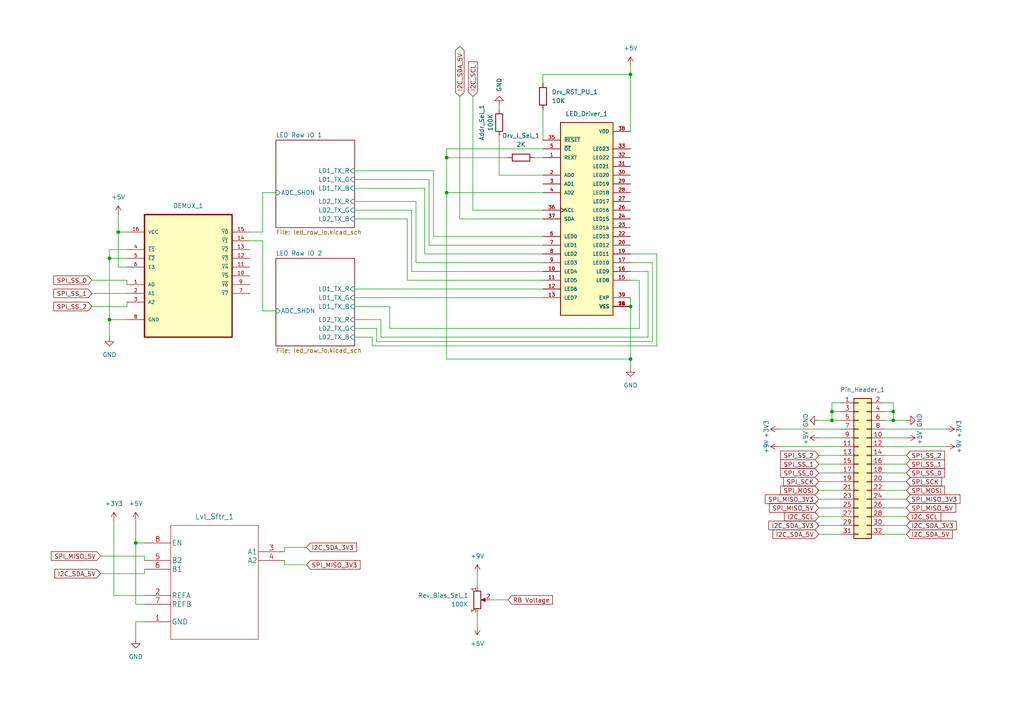
<source format=kicad_sch>
(kicad_sch (version 20211123) (generator eeschema)
  (paper "A4")
  (lib_symbols
    (symbol "Connector_Generic:Conn_02x16_Odd_Even" (pin_names (offset 1.016) hide)
      (property "Reference" "J" (at 1.27 20.32 0))
      (property "Value" "Conn_02x16_Odd_Even" (at 1.27 -22.86 0))
      (symbol "Conn_02x16_Odd_Even_1_1"
        (rectangle (start -1.27 -20.193) (end 0 -20.447) (stroke (width 0.1524)))
        (rectangle (start -1.27 -17.653) (end 0 -17.907) (stroke (width 0.1524)))
        (rectangle (start -1.27 -15.113) (end 0 -15.367) (stroke (width 0.1524)))
        (rectangle (start -1.27 -12.573) (end 0 -12.827) (stroke (width 0.1524)))
        (rectangle (start -1.27 -10.033) (end 0 -10.287) (stroke (width 0.1524)))
        (rectangle (start -1.27 -7.493) (end 0 -7.747) (stroke (width 0.1524)))
        (rectangle (start -1.27 -4.953) (end 0 -5.207) (stroke (width 0.1524)))
        (rectangle (start -1.27 -2.413) (end 0 -2.667) (stroke (width 0.1524)))
        (rectangle (start -1.27 0.127) (end 0 -0.127) (stroke (width 0.1524)))
        (rectangle (start -1.27 2.667) (end 0 2.413) (stroke (width 0.1524)))
        (rectangle (start -1.27 5.207) (end 0 4.953) (stroke (width 0.1524)))
        (rectangle (start -1.27 7.747) (end 0 7.493) (stroke (width 0.1524)))
        (rectangle (start -1.27 10.287) (end 0 10.033) (stroke (width 0.1524)))
        (rectangle (start -1.27 12.827) (end 0 12.573) (stroke (width 0.1524)))
        (rectangle (start -1.27 15.367) (end 0 15.113) (stroke (width 0.1524)))
        (rectangle (start -1.27 17.907) (end 0 17.653) (stroke (width 0.1524)))
        (rectangle (start -1.27 19.05) (end 3.81 -21.59) (stroke (width 0.254)) (fill (type background)))
        (rectangle (start 3.81 -20.193) (end 2.54 -20.447) (stroke (width 0.1524)))
        (rectangle (start 3.81 -17.653) (end 2.54 -17.907) (stroke (width 0.1524)))
        (rectangle (start 3.81 -15.113) (end 2.54 -15.367) (stroke (width 0.1524)))
        (rectangle (start 3.81 -12.573) (end 2.54 -12.827) (stroke (width 0.1524)))
        (rectangle (start 3.81 -10.033) (end 2.54 -10.287) (stroke (width 0.1524)))
        (rectangle (start 3.81 -7.493) (end 2.54 -7.747) (stroke (width 0.1524)))
        (rectangle (start 3.81 -4.953) (end 2.54 -5.207) (stroke (width 0.1524)))
        (rectangle (start 3.81 -2.413) (end 2.54 -2.667) (stroke (width 0.1524)))
        (rectangle (start 3.81 0.127) (end 2.54 -0.127) (stroke (width 0.1524)))
        (rectangle (start 3.81 2.667) (end 2.54 2.413) (stroke (width 0.1524)))
        (rectangle (start 3.81 5.207) (end 2.54 4.953) (stroke (width 0.1524)))
        (rectangle (start 3.81 7.747) (end 2.54 7.493) (stroke (width 0.1524)))
        (rectangle (start 3.81 10.287) (end 2.54 10.033) (stroke (width 0.1524)))
        (rectangle (start 3.81 12.827) (end 2.54 12.573) (stroke (width 0.1524)))
        (rectangle (start 3.81 15.367) (end 2.54 15.113) (stroke (width 0.1524)))
        (rectangle (start 3.81 17.907) (end 2.54 17.653) (stroke (width 0.1524)))
        (pin passive line (at -5.08 17.78 0) (length 3.81) (name "Pin_1") (number "1"))
        (pin passive line (at 7.62 7.62 180) (length 3.81) (name "Pin_10") (number "10"))
        (pin passive line (at -5.08 5.08 0) (length 3.81) (name "Pin_11") (number "11"))
        (pin passive line (at 7.62 5.08 180) (length 3.81) (name "Pin_12") (number "12"))
        (pin passive line (at -5.08 2.54 0) (length 3.81) (name "Pin_13") (number "13"))
        (pin passive line (at 7.62 2.54 180) (length 3.81) (name "Pin_14") (number "14"))
        (pin passive line (at -5.08 0 0) (length 3.81) (name "Pin_15") (number "15"))
        (pin passive line (at 7.62 0 180) (length 3.81) (name "Pin_16") (number "16"))
        (pin passive line (at -5.08 -2.54 0) (length 3.81) (name "Pin_17") (number "17"))
        (pin passive line (at 7.62 -2.54 180) (length 3.81) (name "Pin_18") (number "18"))
        (pin passive line (at -5.08 -5.08 0) (length 3.81) (name "Pin_19") (number "19"))
        (pin passive line (at 7.62 17.78 180) (length 3.81) (name "Pin_2") (number "2"))
        (pin passive line (at 7.62 -5.08 180) (length 3.81) (name "Pin_20") (number "20"))
        (pin passive line (at -5.08 -7.62 0) (length 3.81) (name "Pin_21") (number "21"))
        (pin passive line (at 7.62 -7.62 180) (length 3.81) (name "Pin_22") (number "22"))
        (pin passive line (at -5.08 -10.16 0) (length 3.81) (name "Pin_23") (number "23"))
        (pin passive line (at 7.62 -10.16 180) (length 3.81) (name "Pin_24") (number "24"))
        (pin passive line (at -5.08 -12.7 0) (length 3.81) (name "Pin_25") (number "25"))
        (pin passive line (at 7.62 -12.7 180) (length 3.81) (name "Pin_26") (number "26"))
        (pin passive line (at -5.08 -15.24 0) (length 3.81) (name "Pin_27") (number "27"))
        (pin passive line (at 7.62 -15.24 180) (length 3.81) (name "Pin_28") (number "28"))
        (pin passive line (at -5.08 -17.78 0) (length 3.81) (name "Pin_29") (number "29"))
        (pin passive line (at -5.08 15.24 0) (length 3.81) (name "Pin_3") (number "3"))
        (pin passive line (at 7.62 -17.78 180) (length 3.81) (name "Pin_30") (number "30"))
        (pin passive line (at -5.08 -20.32 0) (length 3.81) (name "Pin_31") (number "31"))
        (pin passive line (at 7.62 -20.32 180) (length 3.81) (name "Pin_32") (number "32"))
        (pin passive line (at 7.62 15.24 180) (length 3.81) (name "Pin_4") (number "4"))
        (pin passive line (at -5.08 12.7 0) (length 3.81) (name "Pin_5") (number "5"))
        (pin passive line (at 7.62 12.7 180) (length 3.81) (name "Pin_6") (number "6"))
        (pin passive line (at -5.08 10.16 0) (length 3.81) (name "Pin_7") (number "7"))
        (pin passive line (at 7.62 10.16 180) (length 3.81) (name "Pin_8") (number "8"))
        (pin passive line (at -5.08 7.62 0) (length 3.81) (name "Pin_9") (number "9"))
      )
    )
    (symbol "DEMUX:74HC138D-Q100,118" (pin_names (offset 1.016))
      (property "Reference" "U" (at -5.2832 18.1102 0))
      (property "Value" "74HC138D-Q100,118" (at -4.826 -24.9174 0))
      (symbol "74HC138D-Q100,118_0_0"
        (rectangle (start -12.7 -20.32) (end 12.7 15.24) (stroke (width 0.4064)) (fill (type background)))
        (pin input line (at -17.78 -5.08 0) (length 5.08) (name "A0") (number "1"))
        (pin output line (at 17.78 -2.54 180) (length 5.08) (name "~{Y5}") (number "10"))
        (pin output line (at 17.78 0 180) (length 5.08) (name "~{Y4}") (number "11"))
        (pin output line (at 17.78 2.54 180) (length 5.08) (name "~{Y3}") (number "12"))
        (pin output line (at 17.78 5.08 180) (length 5.08) (name "~{Y2}") (number "13"))
        (pin output line (at 17.78 7.62 180) (length 5.08) (name "~{Y1}") (number "14"))
        (pin output line (at 17.78 10.16 180) (length 5.08) (name "~{Y0}") (number "15"))
        (pin power_in line (at -17.78 10.16 0) (length 5.08) (name "VCC") (number "16"))
        (pin input line (at -17.78 -7.62 0) (length 5.08) (name "A1") (number "2"))
        (pin input line (at -17.78 -10.16 0) (length 5.08) (name "A2") (number "3"))
        (pin input line (at -17.78 5.08 0) (length 5.08) (name "~{E1}") (number "4"))
        (pin input line (at -17.78 2.54 0) (length 5.08) (name "~{E2}") (number "5"))
        (pin input line (at -17.78 0 0) (length 5.08) (name "E3") (number "6"))
        (pin output line (at 17.78 -7.62 180) (length 5.08) (name "~{Y7}") (number "7"))
        (pin passive line (at -17.78 -15.24 0) (length 5.08) (name "GND") (number "8"))
        (pin output line (at 17.78 -5.08 180) (length 5.08) (name "~{Y6}") (number "9"))
      )
    )
    (symbol "Device:R" (pin_numbers hide) (pin_names (offset 0))
      (property "Reference" "R" (at 2.032 0 90))
      (property "Value" "R" (at 0 0 90))
      (symbol "R_0_1"
        (rectangle (start -1.016 -2.54) (end 1.016 2.54) (stroke (width 0.254)))
      )
      (symbol "R_1_1"
        (pin passive line (at 0 3.81 270) (length 1.27) (name "~") (number "1"))
        (pin passive line (at 0 -3.81 90) (length 1.27) (name "~") (number "2"))
      )
    )
    (symbol "Device:R_Potentiometer" (pin_names (offset 1.016) hide)
      (property "Reference" "RV" (at -4.445 0 90))
      (property "Value" "R_Potentiometer" (at -2.54 0 90))
      (symbol "R_Potentiometer_0_1"
        (polyline (pts (xy 2.54 0) (xy 1.524 0)))
        (polyline (pts (xy 1.143 0) (xy 2.286 0.508) (xy 2.286 -0.508) (xy 1.143 0)) (fill (type outline)))
        (rectangle (start 1.016 2.54) (end -1.016 -2.54) (stroke (width 0.254)))
      )
      (symbol "R_Potentiometer_1_1"
        (pin passive line (at 0 3.81 270) (length 1.27) (name "1") (number "1"))
        (pin passive line (at 3.81 0 180) (length 1.27) (name "2") (number "2"))
        (pin passive line (at 0 -3.81 90) (length 1.27) (name "3") (number "3"))
      )
    )
    (symbol "LED Driver:PCA9956BTWY" (pin_names (offset 1.016))
      (property "Reference" "U" (at 0 29.21 0))
      (property "Value" "PCA9956BTWY" (at 0 -30.48 0))
      (symbol "PCA9956BTWY_0_0"
        (rectangle (start -7.62 27.94) (end 7.62 -27.94) (stroke (width 0.254)) (fill (type background)))
        (pin input line (at -12.7 17.78 0) (length 5.08) (name "REXT") (number "1"))
        (pin output line (at -12.7 -15.24 0) (length 5.08) (name "LED4") (number "10"))
        (pin output line (at -12.7 -17.78 0) (length 5.08) (name "LED5") (number "11"))
        (pin output line (at -12.7 -20.32 0) (length 5.08) (name "LED6") (number "12"))
        (pin output line (at -12.7 -22.86 0) (length 5.08) (name "LED7") (number "13"))
        (pin power_in line (at 12.7 -25.4 180) (length 5.08) (name "VSS") (number "14"))
        (pin output line (at 12.7 -17.78 180) (length 5.08) (name "LED8") (number "15"))
        (pin output line (at 12.7 -15.24 180) (length 5.08) (name "LED9") (number "16"))
        (pin output line (at 12.7 -12.7 180) (length 5.08) (name "LED10") (number "17"))
        (pin power_in line (at 12.7 -25.4 180) (length 5.08) (name "VSS") (number "18"))
        (pin output line (at 12.7 -10.16 180) (length 5.08) (name "LED11") (number "19"))
        (pin input line (at -12.7 12.7 0) (length 5.08) (name "AD0") (number "2"))
        (pin output line (at 12.7 -7.62 180) (length 5.08) (name "LED12") (number "20"))
        (pin power_in line (at 12.7 -25.4 180) (length 5.08) (name "VSS") (number "21"))
        (pin output line (at 12.7 -5.08 180) (length 5.08) (name "LED13") (number "22"))
        (pin output line (at 12.7 -2.54 180) (length 5.08) (name "LED14") (number "23"))
        (pin output line (at 12.7 0 180) (length 5.08) (name "LED15") (number "24"))
        (pin power_in line (at 12.7 -25.4 180) (length 5.08) (name "VSS") (number "25"))
        (pin output line (at 12.7 2.54 180) (length 5.08) (name "LED16") (number "26"))
        (pin output line (at 12.7 5.08 180) (length 5.08) (name "LED17") (number "27"))
        (pin output line (at 12.7 7.62 180) (length 5.08) (name "LED18") (number "28"))
        (pin output line (at 12.7 10.16 180) (length 5.08) (name "LED19") (number "29"))
        (pin input line (at -12.7 10.16 0) (length 5.08) (name "AD1") (number "3"))
        (pin output line (at 12.7 12.7 180) (length 5.08) (name "LED20") (number "30"))
        (pin output line (at 12.7 15.24 180) (length 5.08) (name "LED21") (number "31"))
        (pin output line (at 12.7 17.78 180) (length 5.08) (name "LED22") (number "32"))
        (pin output line (at 12.7 20.32 180) (length 5.08) (name "LED23") (number "33"))
        (pin power_in line (at 12.7 -25.4 180) (length 5.08) (name "VSS") (number "34"))
        (pin input line (at -12.7 22.86 0) (length 5.08) (name "~{RESET}") (number "35"))
        (pin input clock (at -12.7 2.54 0) (length 5.08) (name "SCL") (number "36"))
        (pin bidirectional line (at -12.7 0 0) (length 5.08) (name "SDA") (number "37"))
        (pin power_in line (at 12.7 25.4 180) (length 5.08) (name "VDD") (number "38"))
        (pin power_in line (at 12.7 -22.86 180) (length 5.08) (name "EXP") (number "39"))
        (pin input line (at -12.7 7.62 0) (length 5.08) (name "AD2") (number "4"))
        (pin input line (at -12.7 20.32 0) (length 5.08) (name "~{OE}") (number "5"))
        (pin output line (at -12.7 -5.08 0) (length 5.08) (name "LED0") (number "6"))
        (pin output line (at -12.7 -7.62 0) (length 5.08) (name "LED1") (number "7"))
        (pin output line (at -12.7 -10.16 0) (length 5.08) (name "LED2") (number "8"))
        (pin output line (at -12.7 -12.7 0) (length 5.08) (name "LED3") (number "9"))
      )
    )
    (symbol "Level Shifter:LSF0102DCH" (pin_names (offset 0.254))
      (property "Reference" "U" (at 20.32 10.16 0))
      (property "Value" "LSF0102DCH" (at 20.32 7.62 0))
      (symbol "LSF0102DCH_1_1"
        (polyline (pts (xy 7.62 -27.94) (xy 33.02 -27.94)) (stroke (width 0.127)))
        (polyline (pts (xy 7.62 5.08) (xy 7.62 -27.94)) (stroke (width 0.127)))
        (polyline (pts (xy 33.02 -27.94) (xy 33.02 5.08)) (stroke (width 0.127)))
        (polyline (pts (xy 33.02 5.08) (xy 7.62 5.08)) (stroke (width 0.127)))
        (pin power_in line (at 0 -22.86 0) (length 7.62) (name "GND") (number "1"))
        (pin power_in line (at 0 -15.24 0) (length 7.62) (name "REFA") (number "2"))
        (pin bidirectional line (at 40.64 -2.54 180) (length 7.62) (name "A1") (number "3"))
        (pin bidirectional line (at 40.64 -5.08 180) (length 7.62) (name "A2") (number "4"))
        (pin bidirectional line (at 0 -5.08 0) (length 7.62) (name "B2") (number "5"))
        (pin bidirectional line (at 0 -7.62 0) (length 7.62) (name "B1") (number "6"))
        (pin power_in line (at 0 -17.78 0) (length 7.62) (name "REFB") (number "7"))
        (pin input line (at 0 0 0) (length 7.62) (name "EN") (number "8"))
      )
    )
    (symbol "power:+3V3" (power) (pin_names (offset 0))
      (property "Value" "+3V3" (at 0 3.556 0))
      (symbol "+3V3_0_1"
        (polyline (pts (xy -0.762 1.27) (xy 0 2.54)))
        (polyline (pts (xy 0 0) (xy 0 2.54)))
        (polyline (pts (xy 0 2.54) (xy 0.762 1.27)))
      )
      (symbol "+3V3_1_1"
        (pin power_in line (at 0 0 90) (length 0) hide (name "+3V3") (number "1"))
      )
    )
    (symbol "power:+5V" (power) (pin_names (offset 0))
      (property "Value" "+5V" (at 0 3.556 0))
      (symbol "+5V_0_1"
        (polyline (pts (xy -0.762 1.27) (xy 0 2.54)))
        (polyline (pts (xy 0 0) (xy 0 2.54)))
        (polyline (pts (xy 0 2.54) (xy 0.762 1.27)))
      )
      (symbol "+5V_1_1"
        (pin power_in line (at 0 0 90) (length 0) hide (name "+5V") (number "1"))
      )
    )
    (symbol "power:+9V" (power) (pin_names (offset 0))
      (property "Value" "+9V" (at 0 3.556 0))
      (symbol "+9V_0_1"
        (polyline (pts (xy -0.762 1.27) (xy 0 2.54)))
        (polyline (pts (xy 0 0) (xy 0 2.54)))
        (polyline (pts (xy 0 2.54) (xy 0.762 1.27)))
      )
      (symbol "+9V_1_1"
        (pin power_in line (at 0 0 90) (length 0) hide (name "+9V") (number "1"))
      )
    )
    (symbol "power:GND" (power) (pin_names (offset 0))
      (property "Value" "GND" (at 0 -3.81 0))
      (symbol "GND_0_1"
        (polyline (pts (xy 0 0) (xy 0 -1.27) (xy 1.27 -1.27) (xy 0 -2.54) (xy -1.27 -1.27) (xy 0 -1.27)))
      )
      (symbol "GND_1_1"
        (pin power_in line (at 0 0 270) (length 0) hide (name "GND") (number "1"))
      )
    )
  )
  (junction (at 182.88 88.9))
  (junction (at 129.54 45.72))
  (junction (at 241.3 119.38))
  (junction (at 241.3 121.92))
  (junction (at 129.54 55.88))
  (junction (at 259.08 121.92))
  (junction (at 31.75 74.93))
  (junction (at 39.37 157.48))
  (junction (at 34.29 67.31))
  (junction (at 31.75 92.71))
  (junction (at 182.88 104.14))
  (junction (at 182.88 21.59))
  (junction (at 259.08 119.38))
  (wire (pts (xy 31.75 92.71) (xy 31.75 97.79)))
  (wire (pts (xy 72.39 67.31) (xy 76.2 67.31)))
  (wire (pts (xy 189.23 99.06) (xy 189.23 76.2)))
  (wire (pts (xy 157.48 31.75) (xy 157.48 40.64)))
  (wire (pts (xy 157.48 21.59) (xy 157.48 24.13)))
  (wire (pts (xy 243.84 144.78) (xy 237.49 144.78)))
  (wire (pts (xy 243.84 139.7) (xy 237.49 139.7)))
  (wire (pts (xy 144.78 39.37) (xy 144.78 50.8)))
  (wire (pts (xy 118.11 63.5) (xy 118.11 81.28)))
  (wire (pts (xy 185.42 81.28) (xy 182.88 81.28)))
  (wire (pts (xy 243.84 124.46) (xy 226.06 124.46)))
  (wire (pts (xy 102.87 97.79) (xy 107.95 97.79)))
  (wire (pts (xy 182.88 88.9) (xy 182.88 104.14)))
  (wire (pts (xy 256.54 127) (xy 262.89 127)))
  (wire (pts (xy 102.87 86.36) (xy 157.48 86.36)))
  (wire (pts (xy 102.87 88.9) (xy 113.03 88.9)))
  (wire (pts (xy 113.03 88.9) (xy 113.03 95.25)))
  (wire (pts (xy 243.84 116.84) (xy 241.3 116.84)))
  (wire (pts (xy 36.83 92.71) (xy 31.75 92.71)))
  (wire (pts (xy 256.54 132.08) (xy 262.89 132.08)))
  (wire (pts (xy 129.54 104.14) (xy 182.88 104.14)))
  (wire (pts (xy 133.35 27.94) (xy 133.35 63.5)))
  (wire (pts (xy 138.43 166.37) (xy 138.43 170.18)))
  (wire (pts (xy 144.78 50.8) (xy 157.48 50.8)))
  (wire (pts (xy 125.73 49.53) (xy 125.73 68.58)))
  (wire (pts (xy 36.83 77.47) (xy 34.29 77.47)))
  (wire (pts (xy 259.08 116.84) (xy 259.08 119.38)))
  (wire (pts (xy 110.49 97.79) (xy 187.96 97.79)))
  (wire (pts (xy 107.95 100.33) (xy 190.5 100.33)))
  (wire (pts (xy 187.96 97.79) (xy 187.96 78.74)))
  (wire (pts (xy 259.08 121.92) (xy 262.89 121.92)))
  (wire (pts (xy 190.5 100.33) (xy 190.5 73.66)))
  (wire (pts (xy 256.54 142.24) (xy 262.89 142.24)))
  (wire (pts (xy 256.54 116.84) (xy 259.08 116.84)))
  (wire (pts (xy 185.42 95.25) (xy 185.42 81.28)))
  (wire (pts (xy 182.88 86.36) (xy 182.88 88.9)))
  (wire (pts (xy 34.29 62.23) (xy 34.29 67.31)))
  (wire (pts (xy 118.11 81.28) (xy 157.48 81.28)))
  (wire (pts (xy 144.78 31.75) (xy 144.78 30.48)))
  (wire (pts (xy 256.54 139.7) (xy 262.89 139.7)))
  (wire (pts (xy 31.75 92.71) (xy 31.75 74.93)))
  (wire (pts (xy 182.88 19.05) (xy 182.88 21.59)))
  (wire (pts (xy 241.3 119.38) (xy 241.3 121.92)))
  (wire (pts (xy 36.83 88.9) (xy 36.83 87.63)))
  (wire (pts (xy 119.38 60.96) (xy 119.38 78.74)))
  (wire (pts (xy 256.54 144.78) (xy 262.89 144.78)))
  (wire (pts (xy 124.46 71.12) (xy 157.48 71.12)))
  (wire (pts (xy 129.54 43.18) (xy 157.48 43.18)))
  (wire (pts (xy 138.43 177.8) (xy 138.43 181.61)))
  (wire (pts (xy 102.87 95.25) (xy 109.22 95.25)))
  (wire (pts (xy 256.54 134.62) (xy 262.89 134.62)))
  (wire (pts (xy 39.37 180.34) (xy 39.37 185.42)))
  (wire (pts (xy 26.67 85.09) (xy 36.83 85.09)))
  (wire (pts (xy 102.87 58.42) (xy 120.65 58.42)))
  (wire (pts (xy 243.84 132.08) (xy 237.49 132.08)))
  (wire (pts (xy 129.54 45.72) (xy 147.32 45.72)))
  (wire (pts (xy 102.87 49.53) (xy 125.73 49.53)))
  (wire (pts (xy 41.91 166.37) (xy 41.91 165.1)))
  (wire (pts (xy 80.01 55.88) (xy 76.2 55.88)))
  (wire (pts (xy 41.91 180.34) (xy 39.37 180.34)))
  (wire (pts (xy 123.19 73.66) (xy 157.48 73.66)))
  (wire (pts (xy 241.3 121.92) (xy 237.49 121.92)))
  (wire (pts (xy 243.84 137.16) (xy 237.49 137.16)))
  (wire (pts (xy 120.65 58.42) (xy 120.65 76.2)))
  (wire (pts (xy 102.87 60.96) (xy 119.38 60.96)))
  (wire (pts (xy 129.54 104.14) (xy 129.54 55.88)))
  (wire (pts (xy 39.37 151.13) (xy 39.37 157.48)))
  (wire (pts (xy 243.84 142.24) (xy 237.49 142.24)))
  (wire (pts (xy 76.2 55.88) (xy 76.2 67.31)))
  (wire (pts (xy 182.88 21.59) (xy 182.88 38.1)))
  (wire (pts (xy 76.2 69.85) (xy 76.2 90.17)))
  (wire (pts (xy 243.84 129.54) (xy 226.06 129.54)))
  (wire (pts (xy 256.54 119.38) (xy 259.08 119.38)))
  (wire (pts (xy 76.2 90.17) (xy 80.01 90.17)))
  (wire (pts (xy 137.16 27.94) (xy 137.16 60.96)))
  (wire (pts (xy 82.55 158.75) (xy 82.55 160.02)))
  (wire (pts (xy 36.83 81.28) (xy 36.83 82.55)))
  (wire (pts (xy 113.03 95.25) (xy 185.42 95.25)))
  (wire (pts (xy 26.67 81.28) (xy 36.83 81.28)))
  (wire (pts (xy 39.37 157.48) (xy 41.91 157.48)))
  (wire (pts (xy 82.55 163.83) (xy 88.9 163.83)))
  (wire (pts (xy 119.38 78.74) (xy 157.48 78.74)))
  (wire (pts (xy 102.87 54.61) (xy 123.19 54.61)))
  (wire (pts (xy 34.29 77.47) (xy 34.29 67.31)))
  (wire (pts (xy 243.84 134.62) (xy 237.49 134.62)))
  (wire (pts (xy 157.48 21.59) (xy 182.88 21.59)))
  (wire (pts (xy 259.08 119.38) (xy 259.08 121.92)))
  (wire (pts (xy 137.16 60.96) (xy 157.48 60.96)))
  (wire (pts (xy 237.49 154.94) (xy 243.84 154.94)))
  (wire (pts (xy 256.54 129.54) (xy 274.32 129.54)))
  (wire (pts (xy 256.54 149.86) (xy 262.89 149.86)))
  (wire (pts (xy 33.02 151.13) (xy 33.02 172.72)))
  (wire (pts (xy 41.91 175.26) (xy 39.37 175.26)))
  (wire (pts (xy 82.55 158.75) (xy 88.9 158.75)))
  (wire (pts (xy 34.29 67.31) (xy 36.83 67.31)))
  (wire (pts (xy 33.02 172.72) (xy 41.91 172.72)))
  (wire (pts (xy 26.67 88.9) (xy 36.83 88.9)))
  (wire (pts (xy 182.88 104.14) (xy 182.88 106.68)))
  (wire (pts (xy 29.21 166.37) (xy 41.91 166.37)))
  (wire (pts (xy 110.49 92.71) (xy 110.49 97.79)))
  (wire (pts (xy 256.54 147.32) (xy 262.89 147.32)))
  (wire (pts (xy 129.54 45.72) (xy 129.54 43.18)))
  (wire (pts (xy 142.24 173.99) (xy 147.32 173.99)))
  (wire (pts (xy 120.65 76.2) (xy 157.48 76.2)))
  (wire (pts (xy 124.46 52.07) (xy 124.46 71.12)))
  (wire (pts (xy 262.89 154.94) (xy 256.54 154.94)))
  (wire (pts (xy 72.39 69.85) (xy 76.2 69.85)))
  (wire (pts (xy 125.73 68.58) (xy 157.48 68.58)))
  (wire (pts (xy 31.75 74.93) (xy 36.83 74.93)))
  (wire (pts (xy 39.37 175.26) (xy 39.37 157.48)))
  (wire (pts (xy 123.19 54.61) (xy 123.19 73.66)))
  (wire (pts (xy 256.54 124.46) (xy 274.32 124.46)))
  (wire (pts (xy 29.21 161.29) (xy 41.91 161.29)))
  (wire (pts (xy 102.87 92.71) (xy 110.49 92.71)))
  (wire (pts (xy 256.54 137.16) (xy 262.89 137.16)))
  (wire (pts (xy 109.22 95.25) (xy 109.22 99.06)))
  (wire (pts (xy 187.96 78.74) (xy 182.88 78.74)))
  (wire (pts (xy 243.84 127) (xy 237.49 127)))
  (wire (pts (xy 154.94 45.72) (xy 157.48 45.72)))
  (wire (pts (xy 102.87 52.07) (xy 124.46 52.07)))
  (wire (pts (xy 262.89 152.4) (xy 256.54 152.4)))
  (wire (pts (xy 107.95 97.79) (xy 107.95 100.33)))
  (wire (pts (xy 129.54 55.88) (xy 129.54 45.72)))
  (wire (pts (xy 243.84 147.32) (xy 237.49 147.32)))
  (wire (pts (xy 109.22 99.06) (xy 189.23 99.06)))
  (wire (pts (xy 189.23 76.2) (xy 182.88 76.2)))
  (wire (pts (xy 241.3 116.84) (xy 241.3 119.38)))
  (wire (pts (xy 243.84 121.92) (xy 241.3 121.92)))
  (wire (pts (xy 190.5 73.66) (xy 182.88 73.66)))
  (wire (pts (xy 237.49 152.4) (xy 243.84 152.4)))
  (wire (pts (xy 102.87 83.82) (xy 157.48 83.82)))
  (wire (pts (xy 243.84 149.86) (xy 237.49 149.86)))
  (wire (pts (xy 36.83 72.39) (xy 31.75 72.39)))
  (wire (pts (xy 129.54 55.88) (xy 157.48 55.88)))
  (wire (pts (xy 243.84 119.38) (xy 241.3 119.38)))
  (wire (pts (xy 102.87 63.5) (xy 118.11 63.5)))
  (wire (pts (xy 31.75 72.39) (xy 31.75 74.93)))
  (wire (pts (xy 256.54 121.92) (xy 259.08 121.92)))
  (wire (pts (xy 82.55 163.83) (xy 82.55 162.56)))
  (wire (pts (xy 133.35 63.5) (xy 157.48 63.5)))
  (wire (pts (xy 41.91 162.56) (xy 41.91 161.29)))
  (global_label "SPI_MISO_3V3" (shape input) (at 262.89 144.78 0) (property "Intersheet References" "${INTERSHEET_REFS}" (effects hide)))
  (global_label "I2C_SDA_5V" (shape input) (at 29.21 166.37 180) (property "Intersheet References" "${INTERSHEET_REFS}" (effects hide)))
  (global_label "SPI_SS_2" (shape input) (at 237.49 132.08 180) (property "Intersheet References" "${INTERSHEET_REFS}" (effects hide)))
  (global_label "SPI_MISO_3V3" (shape input) (at 237.49 144.78 180) (property "Intersheet References" "${INTERSHEET_REFS}" (effects hide)))
  (global_label "SPI_MISO_5V" (shape input) (at 262.89 147.32 0) (property "Intersheet References" "${INTERSHEET_REFS}" (effects hide)))
  (global_label "I2C_SCL" (shape input) (at 137.16 27.94 90) (property "Intersheet References" "${INTERSHEET_REFS}" (effects hide)))
  (global_label "I2C_SCL" (shape input) (at 237.49 149.86 180) (property "Intersheet References" "${INTERSHEET_REFS}" (effects hide)))
  (global_label "SPI_SS_2" (shape input) (at 262.89 132.08 0) (property "Intersheet References" "${INTERSHEET_REFS}" (effects hide)))
  (global_label "SPI_MISO_5V" (shape input) (at 237.49 147.32 180) (property "Intersheet References" "${INTERSHEET_REFS}" (effects hide)))
  (global_label "SPI_MOSI" (shape input) (at 262.89 142.24 0) (property "Intersheet References" "${INTERSHEET_REFS}" (effects hide)))
  (global_label "SPI_MISO_5V" (shape input) (at 29.21 161.29 180) (property "Intersheet References" "${INTERSHEET_REFS}" (effects hide)))
  (global_label "I2C_SDA_3V3" (shape input) (at 88.9 158.75 0) (property "Intersheet References" "${INTERSHEET_REFS}" (effects hide)))
  (global_label "SPI_SS_0" (shape input) (at 237.49 137.16 180) (property "Intersheet References" "${INTERSHEET_REFS}" (effects hide)))
  (global_label "SPI_SS_1" (shape input) (at 237.49 134.62 180) (property "Intersheet References" "${INTERSHEET_REFS}" (effects hide)))
  (global_label "SPI_MOSI" (shape input) (at 237.49 142.24 180) (property "Intersheet References" "${INTERSHEET_REFS}" (effects hide)))
  (global_label "I2C_SCL" (shape input) (at 262.89 149.86 0) (property "Intersheet References" "${INTERSHEET_REFS}" (effects hide)))
  (global_label "I2C_SDA_3V3" (shape input) (at 262.89 152.4 0) (property "Intersheet References" "${INTERSHEET_REFS}" (effects hide)))
  (global_label "SPI_SS_1" (shape input) (at 26.67 85.09 180) (property "Intersheet References" "${INTERSHEET_REFS}" (effects hide)))
  (global_label "I2C_SDA_5V" (shape bidirectional) (at 133.35 27.94 90) (property "Intersheet References" "${INTERSHEET_REFS}" (effects hide)))
  (global_label "I2C_SDA_5V" (shape input) (at 262.89 154.94 0) (property "Intersheet References" "${INTERSHEET_REFS}" (effects hide)))
  (global_label "SPI_SCK" (shape input) (at 237.49 139.7 180) (property "Intersheet References" "${INTERSHEET_REFS}" (effects hide)))
  (global_label "SPI_SS_0" (shape input) (at 26.67 81.28 180) (property "Intersheet References" "${INTERSHEET_REFS}" (effects hide)))
  (global_label "SPI_SS_0" (shape input) (at 262.89 137.16 0) (property "Intersheet References" "${INTERSHEET_REFS}" (effects hide)))
  (global_label "SPI_MISO_3V3" (shape input) (at 88.9 163.83 0) (property "Intersheet References" "${INTERSHEET_REFS}" (effects hide)))
  (global_label "RB Voltage" (shape input) (at 147.32 173.99 0) (property "Intersheet References" "${INTERSHEET_REFS}" (effects hide)))
  (global_label "SPI_SS_1" (shape input) (at 262.89 134.62 0) (property "Intersheet References" "${INTERSHEET_REFS}" (effects hide)))
  (global_label "SPI_SCK" (shape input) (at 262.89 139.7 0) (property "Intersheet References" "${INTERSHEET_REFS}" (effects hide)))
  (global_label "I2C_SDA_3V3" (shape input) (at 237.49 152.4 180) (property "Intersheet References" "${INTERSHEET_REFS}" (effects hide)))
  (global_label "SPI_SS_2" (shape input) (at 26.67 88.9 180) (property "Intersheet References" "${INTERSHEET_REFS}" (effects hide)))
  (global_label "I2C_SDA_5V" (shape input) (at 237.49 154.94 180) (property "Intersheet References" "${INTERSHEET_REFS}" (effects hide)))
  (symbol (lib_id "power:+3V3") (at 33.02 151.13 0) (unit 1)
    (property "Reference" "#PWR0153" (effects hide))
    (property "Value" "+3V3" (at 33.02 146.05 0))
  )
  (symbol (lib_id "LED Driver:PCA9956BTWY") (at 170.18 63.5 0) (unit 1)
    (property "Reference" "LED_Driver_1" (at 170.18 33.02 0))
    (property "Value" "PCA9956BTWY" (effects hide))
    (property "Footprint" "SOP50P640X110-39N" (effects hide))
    (property "PARTREV" "1.1" (effects hide))
    (property "MAXIMUM_PACKAGE_HEIGHT" "1.1mm" (effects hide))
    (property "MANUFACTURER" "NXP" (effects hide))
    (property "STANDARD" "IPC7351B" (effects hide))
  )
  (symbol (lib_id "power:GND") (at 182.88 106.68 0) (unit 1)
    (property "Reference" "#PWR02" (effects hide))
    (property "Value" "GND" (at 182.88 111.76 0))
  )
  (symbol (lib_id "power:GND") (at 237.49 121.92 270) (mirror x) (unit 1)
    (property "Reference" "#PWR0166" (effects hide))
    (property "Value" "GND" (at 233.68 121.92 0))
  )
  (symbol (lib_id "Level Shifter:LSF0102DCH") (at 41.91 157.48 0) (unit 1)
    (property "Reference" "Lvl_Sftr_1" (at 62.23 149.86 0) (effects (font (size 1.524 1.524))))
    (property "Value" "LSF0102DCH" (effects hide))
    (property "Footprint" "Level Shifter:LSF0102DCH" (effects hide))
  )
  (symbol (lib_id "DEMUX:74HC138D-Q100,118") (at 54.61 77.47 0) (unit 1)
    (property "Reference" "DEMUX_1" (at 54.61 59.69 0))
    (property "Value" "74HC138D-Q100,118" (effects hide))
    (property "Footprint" "DEMUX:footprints" (effects hide))
    (property "OC_FARNELL" "-" (effects hide))
    (property "OC_NEWARK" "71R2035" (effects hide))
    (property "MPN" "74HC138D-Q100,118" (effects hide))
    (property "PACKAGE" "SOIC-16" (effects hide))
    (property "SUPPLIER" "NXP" (effects hide))
  )
  (symbol (lib_id "Device:R") (at 144.78 35.56 180) (unit 1)
    (property "Reference" "Addr_Sel_1" (at 139.7 35.56 90))
    (property "Value" "100K" (at 142.24 35.56 90))
    (property "Footprint" "Resistor_THT:R_Axial_DIN0207_L6.3mm_D2.5mm_P7.62mm_Horizontal" (effects hide))
  )
  (symbol (lib_id "power:+5V") (at 182.88 19.05 0) (unit 1)
    (property "Reference" "#PWR01" (effects hide))
    (property "Value" "+5V" (at 182.88 13.97 0))
  )
  (symbol (lib_id "power:GND") (at 39.37 185.42 0) (unit 1)
    (property "Reference" "#PWR0151" (effects hide))
    (property "Value" "GND" (at 39.37 190.5 0))
  )
  (symbol (lib_id "Device:R_Potentiometer") (at 138.43 173.99 0) (unit 1)
    (property "Reference" "Rev_Bias_Sel_1" (at 135.89 172.7199 0) (effects (justify right)))
    (property "Value" "100K" (at 135.89 175.2599 0) (effects (justify right)))
    (property "Footprint" "Potentiometer_THT:Potentiometer_Runtron_RM-065_Vertical" (effects hide))
  )
  (symbol (lib_id "power:+9V") (at 138.43 166.37 0) (unit 1)
    (property "Reference" "#PWR0167" (effects hide))
    (property "Value" "+9V" (at 138.43 161.29 0))
  )
  (symbol (lib_id "power:+5V") (at 34.29 62.23 0) (unit 1)
    (property "Reference" "#PWR0107" (effects hide))
    (property "Value" "+5V" (at 34.29 57.15 0))
  )
  (symbol (lib_id "power:+9V") (at 226.06 129.54 90) (mirror x) (unit 1)
    (property "Reference" "#PWR0164" (effects hide))
    (property "Value" "+9V" (at 222.25 129.54 0))
  )
  (symbol (lib_id "Connector_Generic:Conn_02x16_Odd_Even") (at 248.92 134.62 0) (unit 1)
    (property "Reference" "Pin_Header_1" (at 250.19 113.03 0))
    (property "Value" "Conn_02x16_Odd_Even" (effects hide))
    (property "Footprint" "Connector_PinHeader_2.54mm:PinHeader_2x16_P2.54mm_Vertical" (effects hide))
  )
  (symbol (lib_id "Device:R") (at 157.48 27.94 0) (unit 1)
    (property "Reference" "Drv_RST_PU_1" (at 160.02 26.6699 0) (effects (justify left)))
    (property "Value" "10K" (at 160.02 29.2099 0) (effects (justify left)))
    (property "Footprint" "Resistor_THT:R_Axial_DIN0207_L6.3mm_D2.5mm_P7.62mm_Horizontal" (effects hide))
  )
  (symbol (lib_id "power:+9V") (at 274.32 129.54 270) (unit 1)
    (property "Reference" "#PWR0172" (effects hide))
    (property "Value" "+9V" (at 278.13 129.54 0))
  )
  (symbol (lib_id "power:GND") (at 262.89 121.92 90) (unit 1)
    (property "Reference" "#PWR0169" (effects hide))
    (property "Value" "GND" (at 266.7 121.92 0))
  )
  (symbol (lib_id "power:+3V3") (at 226.06 124.46 90) (mirror x) (unit 1)
    (property "Reference" "#PWR0163" (effects hide))
    (property "Value" "+3V3" (at 222.25 124.46 0))
  )
  (symbol (lib_id "power:GND") (at 31.75 97.79 0) (unit 1)
    (property "Reference" "#PWR0108" (effects hide))
    (property "Value" "GND" (at 31.75 102.87 0))
  )
  (symbol (lib_id "power:+5V") (at 39.37 151.13 0) (unit 1)
    (property "Reference" "#PWR0152" (effects hide))
    (property "Value" "+5V" (at 39.37 146.05 0))
  )
  (symbol (lib_id "power:+5V") (at 262.89 127 270) (unit 1)
    (property "Reference" "#PWR0171" (effects hide))
    (property "Value" "+5V" (at 266.7 127 0))
  )
  (symbol (lib_id "power:+3V3") (at 274.32 124.46 270) (unit 1)
    (property "Reference" "#PWR0170" (effects hide))
    (property "Value" "+3V3" (at 278.13 124.46 0))
  )
  (symbol (lib_id "power:+5V") (at 237.49 127 90) (mirror x) (unit 1)
    (property "Reference" "#PWR0165" (effects hide))
    (property "Value" "+5V" (at 233.68 127 0))
  )
  (symbol (lib_id "power:+5V") (at 138.43 181.61 180) (unit 1)
    (property "Reference" "#PWR0168" (effects hide))
    (property "Value" "+5V" (at 138.43 186.69 0))
  )
  (symbol (lib_id "Device:R") (at 151.13 45.72 90) (mirror x) (unit 1)
    (property "Reference" "Drv_I_Sel_1" (at 151.13 39.37 90))
    (property "Value" "2K" (at 151.13 41.91 90))
    (property "Footprint" "Resistor_THT:R_Axial_DIN0207_L6.3mm_D2.5mm_P7.62mm_Horizontal" (effects hide))
  )
  (symbol (lib_id "power:GND") (at 144.78 30.48 180) (unit 1)
    (property "Reference" "#PWR0157" (effects hide))
    (property "Value" "GND" (at 144.7799 26.67 90) (effects (justify right)))
  )
  (sheet (at 80.01 40.64) (size 22.86 25.4) (stroke (width 0.1524))
    (property "Sheet name" "LED Row IO 1" (at 80.01 39.9284 0) (effects (justify left bottom)))
    (property "Sheet file" "led_row_io.kicad_sch" (at 80.01 66.6246 0) (effects (justify left top)))
    (pin "ADC_SHDN" input (at 80.01 55.88 180))
    (pin "LD1_TX_G" input (at 102.87 52.07 0))
    (pin "LD2_TX_B" input (at 102.87 63.5 0))
    (pin "LD1_TX_R" input (at 102.87 49.53 0))
    (pin "LD2_TX_R" input (at 102.87 58.42 0))
    (pin "LD1_TX_B" input (at 102.87 54.61 0))
    (pin "LD2_TX_G" input (at 102.87 60.96 0))
  )
  (sheet (at 80.01 74.93) (size 22.86 25.4) (stroke (width 0.1524))
    (property "Sheet name" "LED Row IO 2" (at 80.01 74.2184 0) (effects (justify left bottom)))
    (property "Sheet file" "led_row_io.kicad_sch" (at 80.01 100.9146 0) (effects (justify left top)))
    (pin "ADC_SHDN" input (at 80.01 90.17 180))
    (pin "LD1_TX_G" input (at 102.87 86.36 0))
    (pin "LD2_TX_B" input (at 102.87 97.79 0))
    (pin "LD1_TX_R" input (at 102.87 83.82 0))
    (pin "LD2_TX_R" input (at 102.87 92.71 0))
    (pin "LD1_TX_B" input (at 102.87 88.9 0))
    (pin "LD2_TX_G" input (at 102.87 95.25 0))
  )
)
</source>
